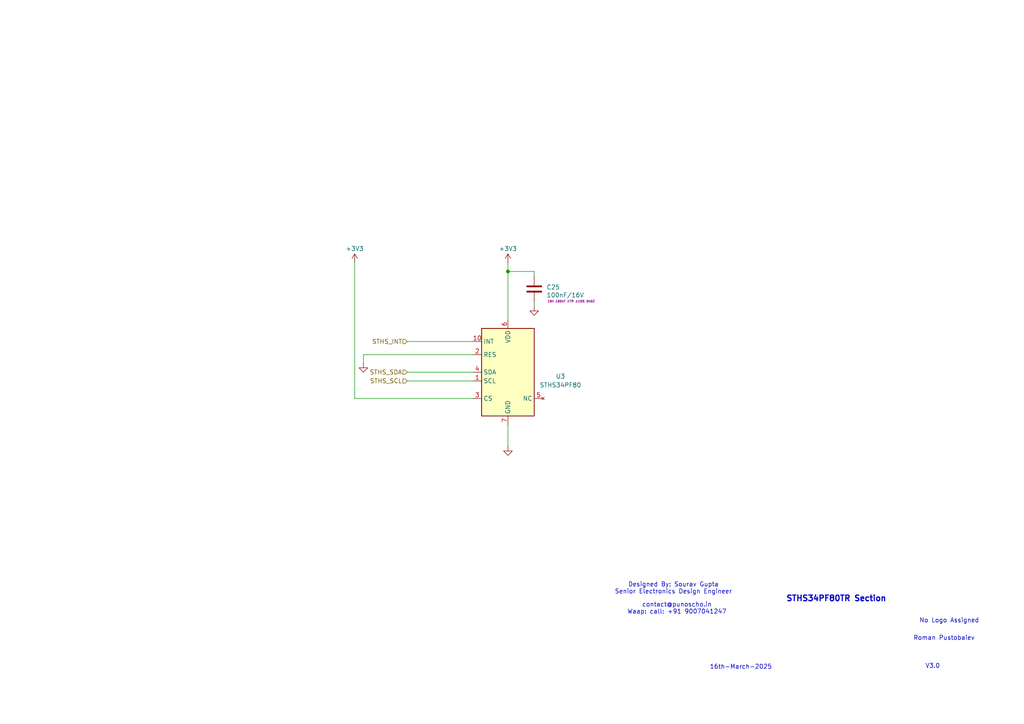
<source format=kicad_sch>
(kicad_sch (version 20250114) (generator "eeschema") (generator_version "9.0")
  (paper "A4")
  (lib_symbols
    (symbol "1-cob-drv:STHS34PF80TR"
      (property "Reference" "U" (at -6.35 13.97 0))
      (property "Value" "STHS34PF80" (at 12.065 13.97 0))
      (symbol "STHS34PF80TR_0_1"
        (rectangle (start -7.62 12.7) (end 7.62 -12.7) (stroke (width 0.254)) (fill (type background)))
      )
      (symbol "STHS34PF80TR_1_1"
        (pin input line (at -10.16 8.89 0) (length 2.54) (name "INT") (number "10"))
        (pin open_collector line (at -10.16 5.08 0) (length 2.54) (name "RES") (number "2"))
        (pin bidirectional line (at -10.16 0 0) (length 2.54) (name "SDA") (number "4"))
        (pin input line (at -10.16 -2.54 0) (length 2.54) (name "SCL") (number "1"))
        (pin input line (at -10.16 -7.62 0) (length 2.54) (name "CS") (number "3"))
        (pin power_in line (at 0 15.24 270) (length 2.54) (name "VDD") (number "6"))
        (pin power_in line (at 0 15.24 270) (length 2.54) (hide yes) (name "VDD") (number "9"))
        (pin power_in line (at 0 -15.24 90) (length 2.54) (name "GND") (number "7"))
        (pin passive line (at 0 -15.24 90) (length 2.54) (hide yes) (name "GND") (number "8"))
        (pin no_connect line (at 10.16 -7.62 180) (length 2.54) (name "NC") (number "5"))
      )
    )
    (symbol "Device:C" (pin_numbers (hide yes)) (pin_names (offset 0.254))
      (property "Reference" "C" (at 0.635 2.54 0))
      (property "Value" "C" (at 0.635 -2.54 0))
      (symbol "C_0_1"
        (polyline (pts (xy -2.032 0.762) (xy 2.032 0.762)) (stroke (width 0.508)))
        (polyline (pts (xy -2.032 -0.762) (xy 2.032 -0.762)) (stroke (width 0.508)))
      )
      (symbol "C_1_1"
        (pin passive line (at 0 3.81 270) (length 2.794) (name "~") (number "1"))
        (pin passive line (at 0 -3.81 90) (length 2.794) (name "~") (number "2"))
      )
    )
    (symbol "power:+3V3" (power) (pin_numbers (hide yes)) (pin_names (offset 0) (hide yes))
      (property "Value" "+3V3" (at 0 3.556 0))
      (symbol "+3V3_0_1"
        (polyline (pts (xy -0.762 1.27) (xy 0 2.54)))
        (polyline (pts (xy 0 2.54) (xy 0.762 1.27)))
        (polyline (pts (xy 0 0) (xy 0 2.54)))
      )
      (symbol "+3V3_1_1"
        (pin power_in line (at 0 0 90) (length 0) (name "~") (number "1"))
      )
    )
    (symbol "power:GND" (power) (pin_numbers (hide yes)) (pin_names (offset 0) (hide yes))
      (property "Value" "GND" (at 0 -3.81 0))
      (symbol "GND_0_1"
        (polyline (pts (xy 0 0) (xy 0 -1.27) (xy 1.27 -1.27) (xy 0 -2.54) (xy -1.27 -1.27) (xy 0 -1.27)))
      )
      (symbol "GND_1_1"
        (pin power_in line (at 0 0 270) (length 0) (name "~") (number "1"))
      )
    )
  )
  (text "V3.0" (at 270.51 193.294 0) (effects (font (size 1.27 1.27))))
  (text "Designed By: Sourav Gupta\nSenior Electronics Design Engineer" (at 195.326 170.688 0) (effects (font (size 1.27 1.27))))
  (text "Roman Pustobaiev" (at 273.812 185.166 0) (effects (font (size 1.27 1.27))))
  (text "STHS34PF80TR Section" (at 242.57 173.736 0) (effects (font (size 1.651 1.651) (thickness 0.3302) (bold yes))))
  (text "No Logo Assigned" (at 275.336 180.086 0) (effects (font (size 1.27 1.27))))
  (text "16th-March-2025" (at 214.884 193.548 0) (effects (font (size 1.27 1.27))))
  (text "contact@punoscho.in\nWaap: call: +91 9007041247" (at 196.342 176.53 0) (effects (font (size 1.27 1.27))))
  (junction (at 147.32 78.74))
  (wire (pts (xy 118.11 99.06) (xy 137.16 99.06)))
  (wire (pts (xy 154.94 87.63) (xy 154.94 88.9)))
  (wire (pts (xy 154.94 80.01) (xy 154.94 78.74)))
  (wire (pts (xy 102.87 76.2) (xy 102.87 115.57)))
  (wire (pts (xy 137.16 115.57) (xy 102.87 115.57)))
  (wire (pts (xy 137.16 102.87) (xy 105.41 102.87)))
  (wire (pts (xy 118.11 110.49) (xy 137.16 110.49)))
  (wire (pts (xy 105.41 102.87) (xy 105.41 105.41)))
  (wire (pts (xy 118.11 107.95) (xy 137.16 107.95)))
  (wire (pts (xy 147.32 76.2) (xy 147.32 78.74)))
  (wire (pts (xy 147.32 123.19) (xy 147.32 129.54)))
  (wire (pts (xy 147.32 78.74) (xy 147.32 92.71)))
  (wire (pts (xy 147.32 78.74) (xy 154.94 78.74)))
  (hierarchical_label "STHS_SDA" (shape input) (at 118.11 107.95 180))
  (hierarchical_label "STHS_SCL" (shape input) (at 118.11 110.49 180))
  (hierarchical_label "STHS_INT" (shape input) (at 118.11 99.06 180))
  (symbol (lib_id "1-cob-drv:STHS34PF80TR") (at 147.32 107.95 0) (unit 1)
    (property "Reference" "U3" (at 162.56 109.1498 0))
    (property "Value" "STHS34PF80" (at 162.56 111.6898 0))
    (property "Footprint" "1-COB-MOD:XDCR_STHS34PF80TR" (effects (hide yes)))
    (property "Datasheet" "https://www.st.com/resource/en/datasheet/vl53l1x.pdf" (effects (hide yes)))
    (property "Description" "Infrared Detectors Low-power, high-sensitivity" (effects (hide yes)))
  )
  (symbol (lib_id "power:GND") (at 105.41 105.41 0) (mirror y) (unit 1)
    (property "Reference" "#PWR055" (effects (hide yes)))
    (property "Value" "GND" (effects (hide yes)))
    (property "Description" "Power symbol creates a global label with name \"GND\" , ground" (effects (hide yes)))
  )
  (symbol (lib_id "Device:C") (at 154.94 83.82 0) (mirror x) (unit 1)
    (property "Reference" "C25" (at 158.496 83.312 0) (effects (justify left)))
    (property "Value" "100nF/16V" (at 158.496 85.598 0) (effects (justify left)))
    (property "Footprint" "Capacitor_SMD:C_0402_1005Metric" (effects (hide yes)))
    (property "Description" "Unpolarized capacitor" (effects (hide yes)))
    (property "MFR" "Samsung Electro-Mechanics" (effects (hide yes)))
    (property "MFR-PN" "CL05B104KO5NNNC" (effects (hide yes)))
    (property "LCSC PN" "C1525" (effects (hide yes)))
    (property "INFO" "16V 100nF X7R ±10% 0402" (at 165.608 87.376 0) (effects (font (size 0.635 0.635) (bold yes) (italic yes))))
  )
  (symbol (lib_id "power:GND") (at 154.94 88.9 0) (mirror y) (unit 1)
    (property "Reference" "#PWR052" (effects (hide yes)))
    (property "Value" "GND" (effects (hide yes)))
    (property "Description" "Power symbol creates a global label with name \"GND\" , ground" (effects (hide yes)))
  )
  (symbol (lib_id "power:+3V3") (at 102.87 76.2 0) (unit 1)
    (property "Reference" "#PWR054" (effects (hide yes)))
    (property "Value" "+3V3" (at 102.87 72.136 0))
    (property "Description" "Power symbol creates a global label with name \"+3V3\"" (effects (hide yes)))
  )
  (symbol (lib_id "power:GND") (at 147.32 129.54 0) (mirror y) (unit 1)
    (property "Reference" "#PWR053" (effects (hide yes)))
    (property "Value" "GND" (effects (hide yes)))
    (property "Description" "Power symbol creates a global label with name \"GND\" , ground" (effects (hide yes)))
  )
  (symbol (lib_id "power:+3V3") (at 147.32 76.2 0) (unit 1)
    (property "Reference" "#PWR051" (effects (hide yes)))
    (property "Value" "+3V3" (at 147.32 72.136 0))
    (property "Description" "Power symbol creates a global label with name \"+3V3\"" (effects (hide yes)))
  )
)
</source>
